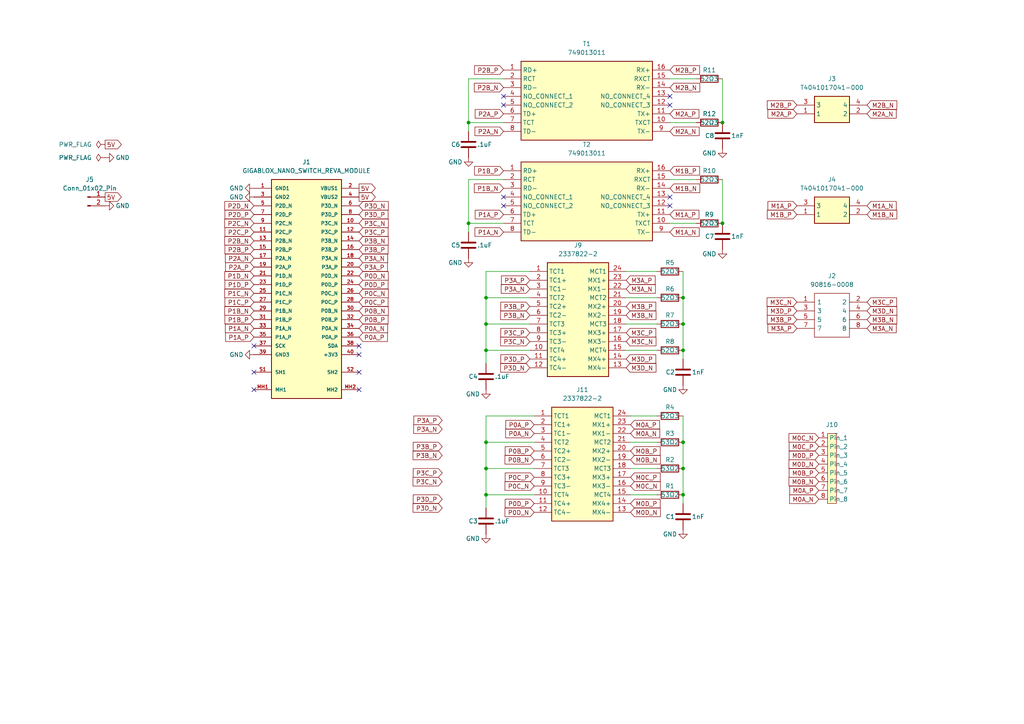
<source format=kicad_sch>
(kicad_sch (version 20230121) (generator eeschema)
  (paper "A4")
  (lib_symbols
    (symbol "21xt_symbols:749013011"
      (property "Reference" "T" (at 44.45 7.62 0))
      (property "Value" "749013011" (at 44.45 5.08 0))
      (symbol "749013011_1_1"
        (rectangle (start 5.08 2.54) (end 43.18 -20.32) (stroke (width 0.254)) (fill (type background)))
        (pin passive line (at 0 0 0) (length 5.08) (name "RD+") (number "1"))
        (pin passive line (at 48.26 -15.24 180) (length 5.08) (name "TXCT") (number "10"))
        (pin passive line (at 48.26 -12.7 180) (length 5.08) (name "TX+") (number "11"))
        (pin passive line (at 48.26 -10.16 180) (length 5.08) (name "NO_CONNECT_3") (number "12"))
        (pin passive line (at 48.26 -7.62 180) (length 5.08) (name "NO_CONNECT_4") (number "13"))
        (pin passive line (at 48.26 -5.08 180) (length 5.08) (name "RX-") (number "14"))
        (pin passive line (at 48.26 -2.54 180) (length 5.08) (name "RXCT") (number "15"))
        (pin passive line (at 48.26 0 180) (length 5.08) (name "RX+") (number "16"))
        (pin passive line (at 0 -2.54 0) (length 5.08) (name "RCT") (number "2"))
        (pin passive line (at 0 -5.08 0) (length 5.08) (name "RD-") (number "3"))
        (pin passive line (at 0 -7.62 0) (length 5.08) (name "NO_CONNECT_1") (number "4"))
        (pin passive line (at 0 -10.16 0) (length 5.08) (name "NO_CONNECT_2") (number "5"))
        (pin passive line (at 0 -12.7 0) (length 5.08) (name "TD+") (number "6"))
        (pin passive line (at 0 -15.24 0) (length 5.08) (name "TCT") (number "7"))
        (pin passive line (at 0 -17.78 0) (length 5.08) (name "TD-") (number "8"))
        (pin passive line (at 48.26 -17.78 180) (length 5.08) (name "TX-") (number "9"))
      )
    )
    (symbol "Connector:Conn_01x02_Pin" (pin_names (offset 1.016) hide)
      (property "Reference" "J" (at 0 2.54 0))
      (property "Value" "Conn_01x02_Pin" (at 0 -5.08 0))
      (symbol "Conn_01x02_Pin_1_1"
        (polyline (pts (xy 1.27 -2.54) (xy 0.8636 -2.54)) (stroke (width 0.1524)))
        (polyline (pts (xy 1.27 0) (xy 0.8636 0)) (stroke (width 0.1524)))
        (rectangle (start 0.8636 -2.413) (end 0 -2.667) (stroke (width 0.1524)) (fill (type outline)))
        (rectangle (start 0.8636 0.127) (end 0 -0.127) (stroke (width 0.1524)) (fill (type outline)))
        (pin passive line (at 5.08 0 180) (length 3.81) (name "Pin_1") (number "1"))
        (pin passive line (at 5.08 -2.54 180) (length 3.81) (name "Pin_2") (number "2"))
      )
    )
    (symbol "Device:C" (pin_numbers hide) (pin_names (offset 0.254))
      (property "Reference" "C" (at 0.635 2.54 0))
      (property "Value" "C" (at 0.635 -2.54 0))
      (symbol "C_0_1"
        (polyline (pts (xy -2.032 -0.762) (xy 2.032 -0.762)) (stroke (width 0.508)))
        (polyline (pts (xy -2.032 0.762) (xy 2.032 0.762)) (stroke (width 0.508)))
      )
      (symbol "C_1_1"
        (pin passive line (at 0 3.81 270) (length 2.794) (name "~") (number "1"))
        (pin passive line (at 0 -3.81 90) (length 2.794) (name "~") (number "2"))
      )
    )
    (symbol "Device:R" (pin_numbers hide) (pin_names (offset 0))
      (property "Reference" "R" (at 2.032 0 90))
      (property "Value" "R" (at 0 0 90))
      (symbol "R_0_1"
        (rectangle (start -1.016 -2.54) (end 1.016 2.54) (stroke (width 0.254)))
      )
      (symbol "R_1_1"
        (pin passive line (at 0 3.81 270) (length 1.27) (name "~") (number "1"))
        (pin passive line (at 0 -3.81 90) (length 1.27) (name "~") (number "2"))
      )
    )
    (symbol "bulkhead_library:2337822-2"
      (property "Reference" "J" (at 24.13 7.62 0))
      (property "Value" "2337822-2" (at 24.13 5.08 0))
      (symbol "2337822-2_1_1"
        (rectangle (start 5.08 2.54) (end 22.86 -30.48) (stroke (width 0.254)) (fill (type background)))
        (pin passive line (at 0 0 0) (length 5.08) (name "TCT1") (number "1"))
        (pin passive line (at 0 -22.86 0) (length 5.08) (name "TCT4") (number "10"))
        (pin passive line (at 0 -25.4 0) (length 5.08) (name "TC4+") (number "11"))
        (pin passive line (at 0 -27.94 0) (length 5.08) (name "TC4-") (number "12"))
        (pin passive line (at 27.94 -27.94 180) (length 5.08) (name "MX4-") (number "13"))
        (pin passive line (at 27.94 -25.4 180) (length 5.08) (name "MX4+") (number "14"))
        (pin passive line (at 27.94 -22.86 180) (length 5.08) (name "MCT4") (number "15"))
        (pin passive line (at 27.94 -20.32 180) (length 5.08) (name "MX3-") (number "16"))
        (pin passive line (at 27.94 -17.78 180) (length 5.08) (name "MX3+") (number "17"))
        (pin passive line (at 27.94 -15.24 180) (length 5.08) (name "MCT3") (number "18"))
        (pin passive line (at 27.94 -12.7 180) (length 5.08) (name "MX2-") (number "19"))
        (pin passive line (at 0 -2.54 0) (length 5.08) (name "TC1+") (number "2"))
        (pin passive line (at 27.94 -10.16 180) (length 5.08) (name "MX2+") (number "20"))
        (pin passive line (at 27.94 -7.62 180) (length 5.08) (name "MCT2") (number "21"))
        (pin passive line (at 27.94 -5.08 180) (length 5.08) (name "MX1-") (number "22"))
        (pin passive line (at 27.94 -2.54 180) (length 5.08) (name "MX1+") (number "23"))
        (pin passive line (at 27.94 0 180) (length 5.08) (name "MCT1") (number "24"))
        (pin passive line (at 0 -5.08 0) (length 5.08) (name "TC1-") (number "3"))
        (pin passive line (at 0 -7.62 0) (length 5.08) (name "TCT2") (number "4"))
        (pin passive line (at 0 -10.16 0) (length 5.08) (name "TC2+") (number "5"))
        (pin passive line (at 0 -12.7 0) (length 5.08) (name "TC2-") (number "6"))
        (pin passive line (at 0 -15.24 0) (length 5.08) (name "TCT3") (number "7"))
        (pin passive line (at 0 -17.78 0) (length 5.08) (name "TC3+") (number "8"))
        (pin passive line (at 0 -20.32 0) (length 5.08) (name "TC3-") (number "9"))
      )
    )
    (symbol "bulkhead_library:90816-0008" (pin_names (offset 0.762))
      (property "Reference" "J" (at 16.51 7.62 0))
      (property "Value" "90816-0008" (at 16.51 5.08 0))
      (symbol "90816-0008_0_0"
        (pin passive line (at 0 0 0) (length 5.08) (name "1") (number "1"))
        (pin passive line (at 20.32 0 180) (length 5.08) (name "2") (number "2"))
        (pin passive line (at 0 -2.54 0) (length 5.08) (name "3") (number "3"))
        (pin passive line (at 20.32 -2.54 180) (length 5.08) (name "4") (number "4"))
        (pin passive line (at 0 -5.08 0) (length 5.08) (name "5") (number "5"))
        (pin passive line (at 20.32 -5.08 180) (length 5.08) (name "6") (number "6"))
        (pin passive line (at 0 -7.62 0) (length 5.08) (name "7") (number "7"))
        (pin passive line (at 20.32 -7.62 180) (length 5.08) (name "8") (number "8"))
      )
      (symbol "90816-0008_0_1"
        (polyline (pts (xy 5.08 2.54) (xy 15.24 2.54) (xy 15.24 -10.16) (xy 5.08 -10.16) (xy 5.08 2.54)) (stroke (width 0.1524)))
      )
    )
    (symbol "bulkhead_library:GIGABLOX_NANO_SWITCH_REVA_MODULE" (pin_names (offset 1.016))
      (property "Reference" "J" (at 0 64.008 0))
      (property "Value" "GIGABLOX_NANO_SWITCH_REVA_MODULE" (at 0 -1.778 0))
      (symbol "GIGABLOX_NANO_SWITCH_REVA_MODULE_0_0"
        (rectangle (start 0 0) (end 20.32 63.5) (stroke (width 0.254)) (fill (type background)))
        (pin power_in line (at -5.08 60.96 0) (length 5.08) (name "GND1") (number "1"))
        (pin bidirectional line (at 25.4 50.8 180) (length 5.08) (name "P3C_N") (number "10"))
        (pin bidirectional line (at -5.08 48.26 0) (length 5.08) (name "P2C_P") (number "11"))
        (pin bidirectional line (at 25.4 48.26 180) (length 5.08) (name "P3C_P") (number "12"))
        (pin bidirectional line (at -5.08 45.72 0) (length 5.08) (name "P2B_N") (number "13"))
        (pin bidirectional line (at 25.4 45.72 180) (length 5.08) (name "P3B_N") (number "14"))
        (pin bidirectional line (at -5.08 43.18 0) (length 5.08) (name "P2B_P") (number "15"))
        (pin bidirectional line (at 25.4 43.18 180) (length 5.08) (name "P3B_P") (number "16"))
        (pin bidirectional line (at -5.08 40.64 0) (length 5.08) (name "P2A_N") (number "17"))
        (pin bidirectional line (at 25.4 40.64 180) (length 5.08) (name "P3A_N") (number "18"))
        (pin bidirectional line (at -5.08 38.1 0) (length 5.08) (name "P2A_P") (number "19"))
        (pin power_in line (at 25.4 60.96 180) (length 5.08) (name "VBUS1") (number "2"))
        (pin bidirectional line (at 25.4 38.1 180) (length 5.08) (name "P3A_P") (number "20"))
        (pin bidirectional line (at -5.08 35.56 0) (length 5.08) (name "P1D_N") (number "21"))
        (pin bidirectional line (at 25.4 35.56 180) (length 5.08) (name "P0D_N") (number "22"))
        (pin bidirectional line (at -5.08 33.02 0) (length 5.08) (name "P1D_P") (number "23"))
        (pin bidirectional line (at 25.4 33.02 180) (length 5.08) (name "P0D_P") (number "24"))
        (pin bidirectional line (at -5.08 30.48 0) (length 5.08) (name "P1C_N") (number "25"))
        (pin bidirectional line (at 25.4 30.48 180) (length 5.08) (name "P0C_N") (number "26"))
        (pin bidirectional line (at -5.08 27.94 0) (length 5.08) (name "P1C_P") (number "27"))
        (pin bidirectional line (at 25.4 27.94 180) (length 5.08) (name "P0C_P") (number "28"))
        (pin bidirectional line (at -5.08 25.4 0) (length 5.08) (name "P1B_N") (number "29"))
        (pin power_in line (at -5.08 58.42 0) (length 5.08) (name "GND2") (number "3"))
        (pin bidirectional line (at 25.4 25.4 180) (length 5.08) (name "P0B_N") (number "30"))
        (pin bidirectional line (at -5.08 22.86 0) (length 5.08) (name "P1B_P") (number "31"))
        (pin bidirectional line (at 25.4 22.86 180) (length 5.08) (name "P0B_P") (number "32"))
        (pin bidirectional line (at -5.08 20.32 0) (length 5.08) (name "P1A_N") (number "33"))
        (pin bidirectional line (at 25.4 20.32 180) (length 5.08) (name "P0A_N") (number "34"))
        (pin bidirectional line (at -5.08 17.78 0) (length 5.08) (name "P1A_P") (number "35"))
        (pin bidirectional line (at 25.4 17.78 180) (length 5.08) (name "P0A_P") (number "36"))
        (pin bidirectional line (at -5.08 15.24 0) (length 5.08) (name "SCK") (number "37"))
        (pin bidirectional line (at 25.4 15.24 180) (length 5.08) (name "SDA") (number "38"))
        (pin bidirectional line (at -5.08 12.7 0) (length 5.08) (name "GND3") (number "39"))
        (pin power_in line (at 25.4 58.42 180) (length 5.08) (name "VBUS2") (number "4"))
        (pin power_in line (at 25.4 12.7 180) (length 5.08) (name "+3V3") (number "40"))
        (pin bidirectional line (at -5.08 55.88 0) (length 5.08) (name "P2D_N") (number "5"))
        (pin bidirectional line (at 25.4 55.88 180) (length 5.08) (name "P3D_N") (number "6"))
        (pin bidirectional line (at -5.08 53.34 0) (length 5.08) (name "P2D_P") (number "7"))
        (pin bidirectional line (at 25.4 53.34 180) (length 5.08) (name "P3D_P") (number "8"))
        (pin bidirectional line (at -5.08 50.8 0) (length 5.08) (name "P2C_N") (number "9"))
        (pin bidirectional line (at -5.08 2.54 0) (length 5.08) (name "MH1") (number "MH1"))
        (pin bidirectional line (at 25.4 2.54 180) (length 5.08) (name "MH2") (number "MH2"))
        (pin bidirectional line (at -5.08 7.62 0) (length 5.08) (name "SH1") (number "S1"))
        (pin bidirectional line (at 25.4 7.62 180) (length 5.08) (name "SH2") (number "S2"))
      )
    )
    (symbol "bulkhead_library:T4041017041-000"
      (property "Reference" "J" (at 16.51 7.62 0))
      (property "Value" "T4041017041-000" (at 16.51 5.08 0))
      (symbol "T4041017041-000_1_1"
        (rectangle (start 5.08 2.54) (end 15.24 -5.08) (stroke (width 0.254)) (fill (type background)))
        (pin passive line (at 0 -2.54 0) (length 5.08) (name "1") (number "1"))
        (pin passive line (at 20.32 -2.54 180) (length 5.08) (name "2") (number "2"))
        (pin passive line (at 0 0 0) (length 5.08) (name "3") (number "3"))
        (pin passive line (at 20.32 0 180) (length 5.08) (name "4") (number "4"))
      )
    )
    (symbol "m12_Connector_1"
      (property "Reference" "J" (at 0 0 0))
      (symbol "m12_Connector_1_1_1"
        (rectangle (start 0 0) (end 2.54 -20.32) (fill (type background)))
        (pin bidirectional line (at 5.08 -1.27 180) (length 2.54) (name "Pin_1") (number "1"))
        (pin bidirectional line (at 5.08 -3.81 180) (length 2.54) (name "Pin_2") (number "2"))
        (pin bidirectional line (at 5.08 -6.35 180) (length 2.54) (name "Pin_3") (number "3"))
        (pin bidirectional line (at 5.08 -8.89 180) (length 2.54) (name "Pin_4") (number "4"))
        (pin bidirectional line (at 5.08 -11.43 180) (length 2.54) (name "Pin_5") (number "5"))
        (pin bidirectional line (at 5.08 -13.97 180) (length 2.54) (name "Pin_6") (number "6"))
        (pin bidirectional line (at 5.08 -16.51 180) (length 2.54) (name "Pin_7") (number "7"))
        (pin bidirectional line (at 5.08 -19.05 180) (length 2.54) (name "Pin_8") (number "8"))
      )
    )
    (symbol "power:GND" (power) (pin_names (offset 0))
      (property "Value" "GND" (at 0 -3.81 0))
      (symbol "GND_0_1"
        (polyline (pts (xy 0 0) (xy 0 -1.27) (xy 1.27 -1.27) (xy 0 -2.54) (xy -1.27 -1.27) (xy 0 -1.27)))
      )
      (symbol "GND_1_1"
        (pin power_in line (at 0 0 270) (length 0) hide (name "GND") (number "1"))
      )
    )
    (symbol "power:PWR_FLAG" (power) (pin_numbers hide) (pin_names (offset 0) hide)
      (property "Value" "PWR_FLAG" (at 0 3.81 0))
      (symbol "PWR_FLAG_0_0"
        (pin power_out line (at 0 0 90) (length 0) (name "pwr") (number "1"))
      )
      (symbol "PWR_FLAG_0_1"
        (polyline (pts (xy 0 0) (xy 0 1.27) (xy -1.016 1.905) (xy 0 2.54) (xy 1.016 1.905) (xy 0 1.27)))
      )
    )
  )
  (junction (at 140.97 135.89))
  (junction (at 198.12 143.51))
  (junction (at 140.97 93.98))
  (junction (at 135.89 35.56))
  (junction (at 140.97 86.36))
  (junction (at 209.55 64.77))
  (junction (at 209.55 35.56))
  (junction (at 198.12 93.98))
  (junction (at 140.97 128.27))
  (junction (at 198.12 128.27))
  (junction (at 135.89 64.77))
  (junction (at 198.12 135.89))
  (junction (at 140.97 101.6))
  (junction (at 198.12 101.6))
  (junction (at 198.12 86.36))
  (junction (at 140.97 143.51))
  (no_connect (at 194.31 27.94))
  (no_connect (at 73.66 107.95))
  (no_connect (at 146.05 27.94))
  (no_connect (at 146.05 30.48))
  (no_connect (at 194.31 59.69))
  (no_connect (at 146.05 59.69))
  (no_connect (at 104.14 102.87))
  (no_connect (at 146.05 57.15))
  (no_connect (at 194.31 30.48))
  (no_connect (at 104.14 107.95))
  (no_connect (at 73.66 113.03))
  (no_connect (at 194.31 57.15))
  (no_connect (at 104.14 100.33))
  (no_connect (at 73.66 100.33))
  (no_connect (at 104.14 113.03))
  (wire (pts (xy 140.97 120.65) (xy 140.97 128.27)))
  (wire (pts (xy 140.97 128.27) (xy 140.97 135.89)))
  (wire (pts (xy 198.12 101.6) (xy 198.12 104.14)))
  (wire (pts (xy 140.97 93.98) (xy 153.67 93.98)))
  (wire (pts (xy 194.31 64.77) (xy 201.93 64.77)))
  (wire (pts (xy 198.12 93.98) (xy 198.12 101.6)))
  (wire (pts (xy 140.97 78.74) (xy 140.97 86.36)))
  (wire (pts (xy 198.12 135.89) (xy 198.12 143.51)))
  (wire (pts (xy 154.94 128.27) (xy 140.97 128.27)))
  (wire (pts (xy 154.94 135.89) (xy 140.97 135.89)))
  (wire (pts (xy 194.31 35.56) (xy 201.93 35.56)))
  (wire (pts (xy 209.55 22.86) (xy 209.55 35.56)))
  (wire (pts (xy 140.97 143.51) (xy 140.97 147.32)))
  (wire (pts (xy 182.88 120.65) (xy 190.5 120.65)))
  (wire (pts (xy 140.97 93.98) (xy 140.97 101.6)))
  (wire (pts (xy 135.89 35.56) (xy 146.05 35.56)))
  (wire (pts (xy 198.12 120.65) (xy 198.12 128.27)))
  (wire (pts (xy 135.89 64.77) (xy 146.05 64.77)))
  (wire (pts (xy 182.88 135.89) (xy 190.5 135.89)))
  (wire (pts (xy 182.88 143.51) (xy 190.5 143.51)))
  (wire (pts (xy 135.89 38.1) (xy 135.89 35.56)))
  (wire (pts (xy 135.89 64.77) (xy 135.89 52.07)))
  (wire (pts (xy 181.61 93.98) (xy 190.5 93.98)))
  (wire (pts (xy 140.97 78.74) (xy 153.67 78.74)))
  (wire (pts (xy 135.89 22.86) (xy 146.05 22.86)))
  (wire (pts (xy 181.61 78.74) (xy 190.5 78.74)))
  (wire (pts (xy 194.31 52.07) (xy 201.93 52.07)))
  (wire (pts (xy 181.61 86.36) (xy 190.5 86.36)))
  (wire (pts (xy 135.89 52.07) (xy 146.05 52.07)))
  (wire (pts (xy 140.97 86.36) (xy 153.67 86.36)))
  (wire (pts (xy 198.12 78.74) (xy 198.12 86.36)))
  (wire (pts (xy 209.55 52.07) (xy 209.55 64.77)))
  (wire (pts (xy 140.97 101.6) (xy 153.67 101.6)))
  (wire (pts (xy 198.12 128.27) (xy 198.12 135.89)))
  (wire (pts (xy 181.61 101.6) (xy 190.5 101.6)))
  (wire (pts (xy 135.89 67.31) (xy 135.89 64.77)))
  (wire (pts (xy 182.88 128.27) (xy 190.5 128.27)))
  (wire (pts (xy 198.12 86.36) (xy 198.12 93.98)))
  (wire (pts (xy 135.89 35.56) (xy 135.89 22.86)))
  (wire (pts (xy 140.97 101.6) (xy 140.97 105.41)))
  (wire (pts (xy 154.94 143.51) (xy 140.97 143.51)))
  (wire (pts (xy 154.94 120.65) (xy 140.97 120.65)))
  (wire (pts (xy 140.97 86.36) (xy 140.97 93.98)))
  (wire (pts (xy 140.97 135.89) (xy 140.97 143.51)))
  (wire (pts (xy 194.31 22.86) (xy 201.93 22.86)))
  (wire (pts (xy 198.12 143.51) (xy 198.12 146.05)))
  (global_label "P1A_N" (shape input) (at 146.05 67.31 180) (property "Intersheetrefs" "${INTERSHEET_REFS}" (effects hide)))
  (global_label "P1A_P" (shape input) (at 146.05 62.23 180) (property "Intersheetrefs" "${INTERSHEET_REFS}" (effects hide)))
  (global_label "5V" (shape output) (at 30.48 41.91 0) (property "Intersheetrefs" "${INTERSHEET_REFS}" (effects hide)))
  (global_label "P1B_N" (shape input) (at 73.66 90.17 180) (property "Intersheetrefs" "${INTERSHEET_REFS}" (effects hide)))
  (global_label "P2C_N" (shape input) (at 73.66 64.77 180) (property "Intersheetrefs" "${INTERSHEET_REFS}" (effects hide)))
  (global_label "P3D_P" (shape input) (at 153.67 104.14 180) (property "Intersheetrefs" "${INTERSHEET_REFS}" (effects hide)))
  (global_label "M0C_N" (shape input) (at 182.88 140.97 0) (property "Intersheetrefs" "${INTERSHEET_REFS}" (effects hide)))
  (global_label "P3C_P" (shape input) (at 153.67 96.52 180) (property "Intersheetrefs" "${INTERSHEET_REFS}" (effects hide)))
  (global_label "P3A_N" (shape input) (at 104.14 74.93 0) (property "Intersheetrefs" "${INTERSHEET_REFS}" (effects hide)))
  (global_label "M1A_N" (shape input) (at 251.46 59.69 0) (property "Intersheetrefs" "${INTERSHEET_REFS}" (effects hide)))
  (global_label "M2B_N" (shape input) (at 251.46 30.48 0) (property "Intersheetrefs" "${INTERSHEET_REFS}" (effects hide)))
  (global_label "P2A_N" (shape input) (at 73.66 74.93 180) (property "Intersheetrefs" "${INTERSHEET_REFS}" (effects hide)))
  (global_label "P0B_P" (shape input) (at 154.94 130.81 180) (property "Intersheetrefs" "${INTERSHEET_REFS}" (effects hide)))
  (global_label "M0D_N" (shape input) (at 237.49 134.62 180) (property "Intersheetrefs" "${INTERSHEET_REFS}" (effects hide)))
  (global_label "P2A_N" (shape input) (at 146.05 38.1 180) (property "Intersheetrefs" "${INTERSHEET_REFS}" (effects hide)))
  (global_label "M0B_P" (shape input) (at 182.88 130.81 0) (property "Intersheetrefs" "${INTERSHEET_REFS}" (effects hide)))
  (global_label "P3B_P" (shape input) (at 153.67 88.9 180) (property "Intersheetrefs" "${INTERSHEET_REFS}" (effects hide)))
  (global_label "M0A_N" (shape input) (at 237.49 144.78 180) (property "Intersheetrefs" "${INTERSHEET_REFS}" (effects hide)))
  (global_label "P0B_N" (shape input) (at 154.94 133.35 180) (property "Intersheetrefs" "${INTERSHEET_REFS}" (effects hide)))
  (global_label "P2D_P" (shape input) (at 73.66 62.23 180) (property "Intersheetrefs" "${INTERSHEET_REFS}" (effects hide)))
  (global_label "P3D_N" (shape input) (at 104.14 59.69 0) (property "Intersheetrefs" "${INTERSHEET_REFS}" (effects hide)))
  (global_label "P0D_N" (shape input) (at 154.94 148.59 180) (property "Intersheetrefs" "${INTERSHEET_REFS}" (effects hide)))
  (global_label "M3B_P" (shape input) (at 231.14 92.71 180) (property "Intersheetrefs" "${INTERSHEET_REFS}" (effects hide)))
  (global_label "P0A_N" (shape input) (at 154.94 125.73 180) (property "Intersheetrefs" "${INTERSHEET_REFS}" (effects hide)))
  (global_label "M1B_P" (shape input) (at 231.14 62.23 180) (property "Intersheetrefs" "${INTERSHEET_REFS}" (effects hide)))
  (global_label "P2D_N" (shape input) (at 73.66 59.69 180) (property "Intersheetrefs" "${INTERSHEET_REFS}" (effects hide)))
  (global_label "M2B_N" (shape input) (at 194.31 25.4 0) (property "Intersheetrefs" "${INTERSHEET_REFS}" (effects hide)))
  (global_label "P2B_N" (shape input) (at 73.66 69.85 180) (property "Intersheetrefs" "${INTERSHEET_REFS}" (effects hide)))
  (global_label "M3D_P" (shape input) (at 231.14 90.17 180) (property "Intersheetrefs" "${INTERSHEET_REFS}" (effects hide)))
  (global_label "M0D_P" (shape input) (at 237.49 132.08 180) (property "Intersheetrefs" "${INTERSHEET_REFS}" (effects hide)))
  (global_label "P3B_P" (shape input) (at 104.14 72.39 0) (property "Intersheetrefs" "${INTERSHEET_REFS}" (effects hide)))
  (global_label "P0B_N" (shape input) (at 104.14 90.17 0) (property "Intersheetrefs" "${INTERSHEET_REFS}" (effects hide)))
  (global_label "P1C_P" (shape input) (at 73.66 87.63 180) (property "Intersheetrefs" "${INTERSHEET_REFS}" (effects hide)))
  (global_label "P0C_P" (shape input) (at 104.14 87.63 0) (property "Intersheetrefs" "${INTERSHEET_REFS}" (effects hide)))
  (global_label "M1A_P" (shape input) (at 231.14 59.69 180) (property "Intersheetrefs" "${INTERSHEET_REFS}" (effects hide)))
  (global_label "P1D_P" (shape input) (at 73.66 82.55 180) (property "Intersheetrefs" "${INTERSHEET_REFS}" (effects hide)))
  (global_label "M3B_N" (shape input) (at 251.46 92.71 0) (property "Intersheetrefs" "${INTERSHEET_REFS}" (effects hide)))
  (global_label "P0A_P" (shape input) (at 104.14 97.79 0) (property "Intersheetrefs" "${INTERSHEET_REFS}" (effects hide)))
  (global_label "P0A_P" (shape input) (at 154.94 123.19 180) (property "Intersheetrefs" "${INTERSHEET_REFS}" (effects hide)))
  (global_label "5V" (shape output) (at 104.14 54.61 0) (property "Intersheetrefs" "${INTERSHEET_REFS}" (effects hide)))
  (global_label "P2B_P" (shape input) (at 146.05 20.32 180) (property "Intersheetrefs" "${INTERSHEET_REFS}" (effects hide)))
  (global_label "M3D_N" (shape input) (at 181.61 106.68 0) (property "Intersheetrefs" "${INTERSHEET_REFS}" (effects hide)))
  (global_label "M0A_P" (shape input) (at 182.88 123.19 0) (property "Intersheetrefs" "${INTERSHEET_REFS}" (effects hide)))
  (global_label "M3A_N" (shape input) (at 251.46 95.25 0) (property "Intersheetrefs" "${INTERSHEET_REFS}" (effects hide)))
  (global_label "P1A_N" (shape input) (at 73.66 95.25 180) (property "Intersheetrefs" "${INTERSHEET_REFS}" (effects hide)))
  (global_label "P0D_N" (shape input) (at 104.14 80.01 0) (property "Intersheetrefs" "${INTERSHEET_REFS}" (effects hide)))
  (global_label "P2B_N" (shape input) (at 146.05 25.4 180) (property "Intersheetrefs" "${INTERSHEET_REFS}" (effects hide)))
  (global_label "P3A_N" (shape input) (at 153.67 83.82 180) (property "Intersheetrefs" "${INTERSHEET_REFS}" (effects hide)))
  (global_label "M0B_N" (shape input) (at 237.49 139.7 180) (property "Intersheetrefs" "${INTERSHEET_REFS}" (effects hide)))
  (global_label "M1B_P" (shape input) (at 194.31 49.53 0) (property "Intersheetrefs" "${INTERSHEET_REFS}" (effects hide)))
  (global_label "M2A_N" (shape input) (at 251.46 33.02 0) (property "Intersheetrefs" "${INTERSHEET_REFS}" (effects hide)))
  (global_label "P0C_P" (shape input) (at 154.94 138.43 180) (property "Intersheetrefs" "${INTERSHEET_REFS}" (effects hide)))
  (global_label "M1A_P" (shape input) (at 194.31 62.23 0) (property "Intersheetrefs" "${INTERSHEET_REFS}" (effects hide)))
  (global_label "M0A_N" (shape input) (at 182.88 125.73 0) (property "Intersheetrefs" "${INTERSHEET_REFS}" (effects hide)))
  (global_label "P0B_P" (shape input) (at 104.14 92.71 0) (property "Intersheetrefs" "${INTERSHEET_REFS}" (effects hide)))
  (global_label "P2A_P" (shape input) (at 73.66 77.47 180) (property "Intersheetrefs" "${INTERSHEET_REFS}" (effects hide)))
  (global_label "P3D_N" (shape input) (at 128.27 147.32 180) (property "Intersheetrefs" "${INTERSHEET_REFS}" (effects hide)))
  (global_label "P1B_N" (shape input) (at 146.05 54.61 180) (property "Intersheetrefs" "${INTERSHEET_REFS}" (effects hide)))
  (global_label "M1A_N" (shape input) (at 194.31 67.31 0) (property "Intersheetrefs" "${INTERSHEET_REFS}" (effects hide)))
  (global_label "P3A_P" (shape input) (at 153.67 81.28 180) (property "Intersheetrefs" "${INTERSHEET_REFS}" (effects hide)))
  (global_label "M2A_P" (shape input) (at 194.31 33.02 0) (property "Intersheetrefs" "${INTERSHEET_REFS}" (effects hide)))
  (global_label "P3C_N" (shape input) (at 128.27 139.7 180) (property "Intersheetrefs" "${INTERSHEET_REFS}" (effects hide)))
  (global_label "M2B_P" (shape input) (at 194.31 20.32 0) (property "Intersheetrefs" "${INTERSHEET_REFS}" (effects hide)))
  (global_label "P3B_N" (shape input) (at 104.14 69.85 0) (property "Intersheetrefs" "${INTERSHEET_REFS}" (effects hide)))
  (global_label "P3C_P" (shape input) (at 128.27 137.16 180) (property "Intersheetrefs" "${INTERSHEET_REFS}" (effects hide)))
  (global_label "P1B_P" (shape input) (at 146.05 49.53 180) (property "Intersheetrefs" "${INTERSHEET_REFS}" (effects hide)))
  (global_label "P3D_P" (shape input) (at 128.27 144.78 180) (property "Intersheetrefs" "${INTERSHEET_REFS}" (effects hide)))
  (global_label "P1C_N" (shape input) (at 73.66 85.09 180) (property "Intersheetrefs" "${INTERSHEET_REFS}" (effects hide)))
  (global_label "P3C_N" (shape input) (at 153.67 99.06 180) (property "Intersheetrefs" "${INTERSHEET_REFS}" (effects hide)))
  (global_label "5V" (shape output) (at 104.14 57.15 0) (property "Intersheetrefs" "${INTERSHEET_REFS}" (effects hide)))
  (global_label "P3D_N" (shape input) (at 153.67 106.68 180) (property "Intersheetrefs" "${INTERSHEET_REFS}" (effects hide)))
  (global_label "P3A_P" (shape input) (at 104.14 77.47 0) (property "Intersheetrefs" "${INTERSHEET_REFS}" (effects hide)))
  (global_label "M0A_P" (shape input) (at 237.49 142.24 180) (property "Intersheetrefs" "${INTERSHEET_REFS}" (effects hide)))
  (global_label "P3C_P" (shape input) (at 104.14 67.31 0) (property "Intersheetrefs" "${INTERSHEET_REFS}" (effects hide)))
  (global_label "P0D_P" (shape input) (at 154.94 146.05 180) (property "Intersheetrefs" "${INTERSHEET_REFS}" (effects hide)))
  (global_label "M0D_N" (shape input) (at 182.88 148.59 0) (property "Intersheetrefs" "${INTERSHEET_REFS}" (effects hide)))
  (global_label "M2A_N" (shape input) (at 194.31 38.1 0) (property "Intersheetrefs" "${INTERSHEET_REFS}" (effects hide)))
  (global_label "P1D_N" (shape input) (at 73.66 80.01 180) (property "Intersheetrefs" "${INTERSHEET_REFS}" (effects hide)))
  (global_label "M3C_N" (shape input) (at 181.61 99.06 0) (property "Intersheetrefs" "${INTERSHEET_REFS}" (effects hide)))
  (global_label "M3C_P" (shape input) (at 251.46 87.63 0) (property "Intersheetrefs" "${INTERSHEET_REFS}" (effects hide)))
  (global_label "M0D_P" (shape input) (at 182.88 146.05 0) (property "Intersheetrefs" "${INTERSHEET_REFS}" (effects hide)))
  (global_label "M3B_P" (shape input) (at 181.61 88.9 0) (property "Intersheetrefs" "${INTERSHEET_REFS}" (effects hide)))
  (global_label "M3C_N" (shape input) (at 231.14 87.63 180) (property "Intersheetrefs" "${INTERSHEET_REFS}" (effects hide)))
  (global_label "P0A_N" (shape input) (at 104.14 95.25 0) (property "Intersheetrefs" "${INTERSHEET_REFS}" (effects hide)))
  (global_label "M0C_N" (shape input) (at 237.49 127 180) (property "Intersheetrefs" "${INTERSHEET_REFS}" (effects hide)))
  (global_label "M0C_P" (shape input) (at 182.88 138.43 0) (property "Intersheetrefs" "${INTERSHEET_REFS}" (effects hide)))
  (global_label "P0C_N" (shape input) (at 154.94 140.97 180) (property "Intersheetrefs" "${INTERSHEET_REFS}" (effects hide)))
  (global_label "P3B_N" (shape input) (at 128.27 132.08 180) (property "Intersheetrefs" "${INTERSHEET_REFS}" (effects hide)))
  (global_label "M3D_N" (shape input) (at 251.46 90.17 0) (property "Intersheetrefs" "${INTERSHEET_REFS}" (effects hide)))
  (global_label "P3C_N" (shape input) (at 104.14 64.77 0) (property "Intersheetrefs" "${INTERSHEET_REFS}" (effects hide)))
  (global_label "M1B_N" (shape input) (at 194.31 54.61 0) (property "Intersheetrefs" "${INTERSHEET_REFS}" (effects hide)))
  (global_label "P0D_P" (shape input) (at 104.14 82.55 0) (property "Intersheetrefs" "${INTERSHEET_REFS}" (effects hide)))
  (global_label "5V" (shape output) (at 30.48 57.15 0) (property "Intersheetrefs" "${INTERSHEET_REFS}" (effects hide)))
  (global_label "M3A_N" (shape input) (at 181.61 83.82 0) (property "Intersheetrefs" "${INTERSHEET_REFS}" (effects hide)))
  (global_label "P2A_P" (shape input) (at 146.05 33.02 180) (property "Intersheetrefs" "${INTERSHEET_REFS}" (effects hide)))
  (global_label "P3B_P" (shape input) (at 128.27 129.54 180) (property "Intersheetrefs" "${INTERSHEET_REFS}" (effects hide)))
  (global_label "P3A_P" (shape input) (at 128.27 121.92 180) (property "Intersheetrefs" "${INTERSHEET_REFS}" (effects hide)))
  (global_label "M3D_P" (shape input) (at 181.61 104.14 0) (property "Intersheetrefs" "${INTERSHEET_REFS}" (effects hide)))
  (global_label "P3B_N" (shape input) (at 153.67 91.44 180) (property "Intersheetrefs" "${INTERSHEET_REFS}" (effects hide)))
  (global_label "M0B_N" (shape input) (at 182.88 133.35 0) (property "Intersheetrefs" "${INTERSHEET_REFS}" (effects hide)))
  (global_label "M3B_N" (shape input) (at 181.61 91.44 0) (property "Intersheetrefs" "${INTERSHEET_REFS}" (effects hide)))
  (global_label "P2C_P" (shape input) (at 73.66 67.31 180) (property "Intersheetrefs" "${INTERSHEET_REFS}" (effects hide)))
  (global_label "P3A_N" (shape input) (at 128.27 124.46 180) (property "Intersheetrefs" "${INTERSHEET_REFS}" (effects hide)))
  (global_label "M3A_P" (shape input) (at 181.61 81.28 0) (property "Intersheetrefs" "${INTERSHEET_REFS}" (effects hide)))
  (global_label "M2B_P" (shape input) (at 231.14 30.48 180) (property "Intersheetrefs" "${INTERSHEET_REFS}" (effects hide)))
  (global_label "M1B_N" (shape input) (at 251.46 62.23 0) (property "Intersheetrefs" "${INTERSHEET_REFS}" (effects hide)))
  (global_label "M0C_P" (shape input) (at 237.49 129.54 180) (property "Intersheetrefs" "${INTERSHEET_REFS}" (effects hide)))
  (global_label "P1A_P" (shape input) (at 73.66 97.79 180) (property "Intersheetrefs" "${INTERSHEET_REFS}" (effects hide)))
  (global_label "P3D_P" (shape input) (at 104.14 62.23 0) (property "Intersheetrefs" "${INTERSHEET_REFS}" (effects hide)))
  (global_label "M3C_P" (shape input) (at 181.61 96.52 0) (property "Intersheetrefs" "${INTERSHEET_REFS}" (effects hide)))
  (global_label "M2A_P" (shape input) (at 231.14 33.02 180) (property "Intersheetrefs" "${INTERSHEET_REFS}" (effects hide)))
  (global_label "P0C_N" (shape input) (at 104.14 85.09 0) (property "Intersheetrefs" "${INTERSHEET_REFS}" (effects hide)))
  (global_label "P1B_P" (shape input) (at 73.66 92.71 180) (property "Intersheetrefs" "${INTERSHEET_REFS}" (effects hide)))
  (global_label "P2B_P" (shape input) (at 73.66 72.39 180) (property "Intersheetrefs" "${INTERSHEET_REFS}" (effects hide)))
  (global_label "M3A_P" (shape input) (at 231.14 95.25 180) (property "Intersheetrefs" "${INTERSHEET_REFS}" (effects hide)))
  (global_label "M0B_P" (shape input) (at 237.49 137.16 180) (property "Intersheetrefs" "${INTERSHEET_REFS}" (effects hide)))
  (symbol (lib_id "Device:C") (at 140.97 151.13 0) (unit 1)
    (property "Reference" "C3" (at 135.89 151.13 0) (effects (justify left)))
    (property "Value" ".1uF" (at 143.51 151.13 0) (effects (justify left)))
    (property "Footprint" "Capacitor_SMD:C_0402_1005Metric" (effects hide))
  )
  (symbol (lib_id "bulkhead_library:T4041017041-000") (at 231.14 30.48 0) (unit 1)
    (property "Reference" "J3" (at 241.3 22.86 0))
    (property "Value" "T4041017041-000" (at 241.3 25.4 0))
    (property "Footprint" "bulkhead_library:T4041017041000" (effects hide))
    (property "Datasheet" "https://www.te.com/commerce/DocumentDelivery/DDEController?Action=srchrtrv&DocNm=1-1773701-8_M8M12_CONNECTOR_SYSTEM&DocType=Catalog%20Section&DocLang=Japanese&PartCntxt=T4041017041-000&DocFormat=pdf" (effects hide))
    (property "Height" "15.25" (effects hide))
    (property "Mouser Part Number" "571-T4041017041-000" (effects hide))
    (property "Mouser Price/Stock" "https://www.mouser.co.uk/ProductDetail/TE-Connectivity/T4041017041-000?qs=1mbolxNpo8d9avfwXjTtfQ%3D%3D" (effects hide))
    (property "Manufacturer_Name" "TE Connectivity" (effects hide))
    (property "Manufacturer_Part_Number" "T4041017041-000" (effects hide))
  )
  (symbol (lib_id "Device:R") (at 194.31 120.65 90) (unit 1)
    (property "Reference" "R4" (at 194.31 118.11 90))
    (property "Value" "52Ω3" (at 194.31 120.65 90))
    (property "Footprint" "Resistor_SMD:R_0402_1005Metric" (effects hide))
  )
  (symbol (lib_id "Device:C") (at 209.55 39.37 0) (unit 1)
    (property "Reference" "C8" (at 204.47 39.37 0) (effects (justify left)))
    (property "Value" "1nF" (at 212.09 39.37 0) (effects (justify left)))
    (property "Footprint" "Capacitor_SMD:C_1206_3216Metric" (effects hide))
  )
  (symbol (lib_id "21xt_symbols:749013011") (at 146.05 20.32 0) (unit 1)
    (property "Reference" "T1" (at 170.18 12.7 0))
    (property "Value" "749013011" (at 170.18 15.24 0))
    (property "Footprint" "21xt_footprints:749013011" (effects hide))
    (property "Datasheet" "https://www.we-online.de/katalog/datasheet/749013011.pdf" (effects hide))
    (property "Height" "5.33" (effects hide))
    (property "Mouser Part Number" "710-749013011" (effects hide))
    (property "Mouser Price/Stock" "https://www.mouser.co.uk/ProductDetail/Wurth-Elektronik/749013011?qs=2sV1BwmkawRYxGj1O9AWzA%3D%3D" (effects hide))
    (property "Manufacturer_Name" "Wurth Elektronik" (effects hide))
    (property "Manufacturer_Part_Number" "749013011" (effects hide))
  )
  (symbol (lib_id "Device:R") (at 194.31 101.6 90) (unit 1)
    (property "Reference" "R8" (at 194.31 99.06 90))
    (property "Value" "52Ω3" (at 194.31 101.6 90))
    (property "Footprint" "Resistor_SMD:R_0402_1005Metric" (effects hide))
  )
  (symbol (lib_id "power:GND") (at 73.66 102.87 270) (mirror x) (unit 1)
    (property "Reference" "#PWR01" (effects hide))
    (property "Value" "GND" (at 68.58 102.87 90))
  )
  (symbol (lib_id "Device:R") (at 205.74 64.77 90) (unit 1)
    (property "Reference" "R9" (at 205.74 62.23 90))
    (property "Value" "52Ω3" (at 205.74 64.77 90))
    (property "Footprint" "Resistor_SMD:R_0402_1005Metric" (effects hide))
  )
  (symbol (lib_id "power:GND") (at 135.89 74.93 0) (mirror y) (unit 1)
    (property "Reference" "#PWR011" (effects hide))
    (property "Value" "GND" (at 132.08 76.2 0))
  )
  (symbol (lib_id "Device:C") (at 198.12 149.86 0) (unit 1)
    (property "Reference" "C1" (at 193.04 149.86 0) (effects (justify left)))
    (property "Value" "1nF" (at 200.66 149.86 0) (effects (justify left)))
    (property "Footprint" "Capacitor_SMD:C_1206_3216Metric" (effects hide))
  )
  (symbol (lib_id "bulkhead_library:GIGABLOX_NANO_SWITCH_REVA_MODULE") (at 78.74 115.57 0) (unit 1)
    (property "Reference" "J1" (at 88.9 46.99 0))
    (property "Value" "GIGABLOX_NANO_SWITCH_REVA_MODULE" (at 88.9 49.53 0))
    (property "Footprint" "bulkhead_library:LSHM-120-02.5-L-DV-A-S-K-TR" (effects hide))
    (property "MF" "BotBlox" (effects hide))
    (property "Description" "\n                        \n                            4 PORT 1G ETHERNET SWITCH MODULE\n                        \n" (effects hide))
    (property "Package" "None" (effects hide))
    (property "Price" "None" (effects hide))
    (property "SnapEDA_Link" "https://www.snapeda.com/parts/BB-GGN-A-1/Botblox/view-part/?ref=snap" (effects hide))
    (property "MP" "BB-GGN-A-1" (effects hide))
    (property "Availability" "In Stock" (effects hide))
    (property "Check_prices" "https://www.snapeda.com/parts/BB-GGN-A-1/Botblox/view-part/?ref=eda" (effects hide))
  )
  (symbol (lib_id "power:GND") (at 209.55 43.18 0) (mirror y) (unit 1)
    (property "Reference" "#PWR08" (effects hide))
    (property "Value" "GND" (at 205.74 44.45 0))
  )
  (symbol (lib_id "bulkhead_library:2337822-2") (at 154.94 120.65 0) (unit 1)
    (property "Reference" "J11" (at 168.91 113.03 0))
    (property "Value" "2337822-2" (at 168.91 115.57 0))
    (property "Footprint" "bulkhead_library:23378222" (effects hide))
    (property "Datasheet" "https://www.te.com/commerce/DocumentDelivery/DDEController?Action=srchrtrv&DocNm=1-1773968-4&DocType=Data%20Sheet&DocLang=English&PartCntxt=2337822-2&DocFormat=pdf" (effects hide))
    (property "Height" "7.44" (effects hide))
    (property "Mouser Part Number" "571-2337822-2" (effects hide))
    (property "Mouser Price/Stock" "https://www.mouser.co.uk/ProductDetail/TE-Connectivity/2337822-2?qs=PzGy0jfpSMsMJv1HRoAn9g%3D%3D" (effects hide))
    (property "Manufacturer_Name" "TE Connectivity" (effects hide))
    (property "Manufacturer_Part_Number" "2337822-2" (effects hide))
  )
  (symbol (lib_id "Device:C") (at 140.97 109.22 0) (unit 1)
    (property "Reference" "C4" (at 135.89 109.22 0) (effects (justify left)))
    (property "Value" ".1uF" (at 143.51 109.22 0) (effects (justify left)))
    (property "Footprint" "Capacitor_SMD:C_0402_1005Metric" (effects hide))
  )
  (symbol (lib_id "Device:R") (at 194.31 135.89 90) (unit 1)
    (property "Reference" "R2" (at 194.31 133.35 90))
    (property "Value" "53Ω2" (at 194.31 135.89 90))
    (property "Footprint" "Resistor_SMD:R_0402_1005Metric" (effects hide))
  )
  (symbol (lib_id "bulkhead_library:90816-0008") (at 231.14 87.63 0) (unit 1)
    (property "Reference" "J2" (at 241.3 80.01 0))
    (property "Value" "90816-0008" (at 241.3 82.55 0))
    (property "Footprint" "bulkhead_library:908160008" (effects hide))
    (property "Datasheet" "https://www.molex.com/pdm_docs/sd/908160008_sd.pdf" (effects hide))
    (property "Description" "Picoflex Surface Mount Latched Vertical Header with PCB Pegs, 8 Circuits, Tin (Sn) Plating, Black" (effects hide))
    (property "Height" "8.55" (effects hide))
    (property "Mouser Part Number" "538-90816-0008" (effects hide))
    (property "Mouser Price/Stock" "https://www.mouser.co.uk/ProductDetail/Molex/90816-0008?qs=A%2F2yIARYTzguHDCwHJakdA%3D%3D" (effects hide))
    (property "Manufacturer_Name" "Molex" (effects hide))
    (property "Manufacturer_Part_Number" "90816-0008" (effects hide))
  )
  (symbol (lib_id "power:GND") (at 198.12 111.76 0) (mirror y) (unit 1)
    (property "Reference" "#PWR06" (effects hide))
    (property "Value" "GND" (at 194.31 113.03 0))
  )
  (symbol (lib_name "m12_Connector_1") (lib_id "bulkhead_library:m12_Connector") (at 242.57 125.73 0) (mirror y) (unit 1)
    (property "Reference" "J10" (at 241.3 123.19 0))
    (property "Value" "~" (at 242.57 125.73 0))
    (property "Footprint" "bulkhead_library:m12 8p" (effects hide))
  )
  (symbol (lib_id "Device:R") (at 194.31 93.98 90) (unit 1)
    (property "Reference" "R7" (at 194.31 91.44 90))
    (property "Value" "52Ω3" (at 194.31 93.98 90))
    (property "Footprint" "Resistor_SMD:R_0402_1005Metric" (effects hide))
  )
  (symbol (lib_id "power:GND") (at 140.97 113.03 0) (mirror y) (unit 1)
    (property "Reference" "#PWR010" (effects hide))
    (property "Value" "GND" (at 137.16 114.3 0))
  )
  (symbol (lib_id "power:GND") (at 209.55 72.39 0) (mirror y) (unit 1)
    (property "Reference" "#PWR07" (effects hide))
    (property "Value" "GND" (at 205.74 73.66 0))
  )
  (symbol (lib_id "Device:C") (at 135.89 41.91 0) (unit 1)
    (property "Reference" "C6" (at 130.81 41.91 0) (effects (justify left)))
    (property "Value" ".1uF" (at 138.43 41.91 0) (effects (justify left)))
    (property "Footprint" "Capacitor_SMD:C_0402_1005Metric" (effects hide))
  )
  (symbol (lib_id "power:GND") (at 30.48 45.72 90) (unit 1)
    (property "Reference" "#PWR013" (effects hide))
    (property "Value" "GND" (at 35.56 45.72 90))
  )
  (symbol (lib_id "Device:R") (at 194.31 78.74 90) (unit 1)
    (property "Reference" "R5" (at 194.31 76.2 90))
    (property "Value" "52Ω3" (at 194.31 78.74 90))
    (property "Footprint" "Resistor_SMD:R_0402_1005Metric" (effects hide))
  )
  (symbol (lib_id "Device:R") (at 205.74 35.56 90) (unit 1)
    (property "Reference" "R12" (at 205.74 33.02 90))
    (property "Value" "52Ω3" (at 205.74 35.56 90))
    (property "Footprint" "Resistor_SMD:R_0402_1005Metric" (effects hide))
  )
  (symbol (lib_id "bulkhead_library:2337822-2") (at 153.67 78.74 0) (unit 1)
    (property "Reference" "J9" (at 167.64 71.12 0))
    (property "Value" "2337822-2" (at 167.64 73.66 0))
    (property "Footprint" "bulkhead_library:23378222" (effects hide))
    (property "Datasheet" "https://www.te.com/commerce/DocumentDelivery/DDEController?Action=srchrtrv&DocNm=1-1773968-4&DocType=Data%20Sheet&DocLang=English&PartCntxt=2337822-2&DocFormat=pdf" (effects hide))
    (property "Height" "7.44" (effects hide))
    (property "Mouser Part Number" "571-2337822-2" (effects hide))
    (property "Mouser Price/Stock" "https://www.mouser.co.uk/ProductDetail/TE-Connectivity/2337822-2?qs=PzGy0jfpSMsMJv1HRoAn9g%3D%3D" (effects hide))
    (property "Manufacturer_Name" "TE Connectivity" (effects hide))
    (property "Manufacturer_Part_Number" "2337822-2" (effects hide))
  )
  (symbol (lib_id "power:GND") (at 135.89 45.72 0) (mirror y) (unit 1)
    (property "Reference" "#PWR012" (effects hide))
    (property "Value" "GND" (at 132.08 46.99 0))
  )
  (symbol (lib_id "Device:C") (at 135.89 71.12 0) (unit 1)
    (property "Reference" "C5" (at 130.81 71.12 0) (effects (justify left)))
    (property "Value" ".1uF" (at 138.43 71.12 0) (effects (justify left)))
    (property "Footprint" "Capacitor_SMD:C_0402_1005Metric" (effects hide))
  )
  (symbol (lib_id "power:GND") (at 198.12 153.67 0) (mirror y) (unit 1)
    (property "Reference" "#PWR05" (effects hide))
    (property "Value" "GND" (at 194.31 154.94 0))
  )
  (symbol (lib_id "Device:R") (at 194.31 143.51 90) (unit 1)
    (property "Reference" "R1" (at 194.31 140.97 90))
    (property "Value" "53Ω2" (at 194.31 143.51 90))
    (property "Footprint" "Resistor_SMD:R_0402_1005Metric" (effects hide))
  )
  (symbol (lib_id "Connector:Conn_01x02_Pin") (at 25.4 57.15 0) (unit 1)
    (property "Reference" "J5" (at 26.035 52.07 0))
    (property "Value" "Conn_01x02_Pin" (at 26.035 54.61 0))
    (property "Footprint" "Connector_JST:JST_PH_B2B-PH-K_1x02_P2.00mm_Vertical" (effects hide))
  )
  (symbol (lib_id "Device:C") (at 209.55 68.58 0) (unit 1)
    (property "Reference" "C7" (at 204.47 68.58 0) (effects (justify left)))
    (property "Value" "1nF" (at 212.09 68.58 0) (effects (justify left)))
    (property "Footprint" "Capacitor_SMD:C_1206_3216Metric" (effects hide))
  )
  (symbol (lib_id "power:GND") (at 73.66 57.15 270) (mirror x) (unit 1)
    (property "Reference" "#PWR03" (effects hide))
    (property "Value" "GND" (at 68.58 57.15 90))
  )
  (symbol (lib_id "bulkhead_library:T4041017041-000") (at 231.14 59.69 0) (unit 1)
    (property "Reference" "J4" (at 241.3 52.07 0))
    (property "Value" "T4041017041-000" (at 241.3 54.61 0))
    (property "Footprint" "bulkhead_library:T4041017041000" (effects hide))
    (property "Datasheet" "https://www.te.com/commerce/DocumentDelivery/DDEController?Action=srchrtrv&DocNm=1-1773701-8_M8M12_CONNECTOR_SYSTEM&DocType=Catalog%20Section&DocLang=Japanese&PartCntxt=T4041017041-000&DocFormat=pdf" (effects hide))
    (property "Height" "15.25" (effects hide))
    (property "Mouser Part Number" "571-T4041017041-000" (effects hide))
    (property "Mouser Price/Stock" "https://www.mouser.co.uk/ProductDetail/TE-Connectivity/T4041017041-000?qs=1mbolxNpo8d9avfwXjTtfQ%3D%3D" (effects hide))
    (property "Manufacturer_Name" "TE Connectivity" (effects hide))
    (property "Manufacturer_Part_Number" "T4041017041-000" (effects hide))
  )
  (symbol (lib_id "power:GND") (at 140.97 154.94 0) (mirror y) (unit 1)
    (property "Reference" "#PWR09" (effects hide))
    (property "Value" "GND" (at 137.16 156.21 0))
  )
  (symbol (lib_id "power:PWR_FLAG") (at 30.48 41.91 90) (unit 1)
    (property "Reference" "#FLG01" (effects hide))
    (property "Value" "PWR_FLAG" (at 26.67 41.91 90) (effects (justify left)))
  )
  (symbol (lib_id "Device:R") (at 205.74 52.07 90) (unit 1)
    (property "Reference" "R10" (at 205.74 49.53 90))
    (property "Value" "52Ω3" (at 205.74 52.07 90))
    (property "Footprint" "Resistor_SMD:R_0402_1005Metric" (effects hide))
  )
  (symbol (lib_id "power:PWR_FLAG") (at 30.48 45.72 90) (unit 1)
    (property "Reference" "#FLG02" (effects hide))
    (property "Value" "PWR_FLAG" (at 26.67 45.72 90) (effects (justify left)))
  )
  (symbol (lib_id "power:GND") (at 73.66 54.61 270) (mirror x) (unit 1)
    (property "Reference" "#PWR02" (effects hide))
    (property "Value" "GND" (at 68.58 54.61 90))
  )
  (symbol (lib_id "Device:R") (at 194.31 86.36 90) (unit 1)
    (property "Reference" "R6" (at 194.31 83.82 90))
    (property "Value" "52Ω3" (at 194.31 86.36 90))
    (property "Footprint" "Resistor_SMD:R_0402_1005Metric" (effects hide))
  )
  (symbol (lib_id "power:GND") (at 30.48 59.69 90) (unit 1)
    (property "Reference" "#PWR04" (effects hide))
    (property "Value" "GND" (at 35.56 59.69 90))
  )
  (symbol (lib_id "Device:R") (at 205.74 22.86 90) (unit 1)
    (property "Reference" "R11" (at 205.74 20.32 90))
    (property "Value" "52Ω3" (at 205.74 22.86 90))
    (property "Footprint" "Resistor_SMD:R_0402_1005Metric" (effects hide))
  )
  (symbol (lib_id "Device:R") (at 194.31 128.27 90) (unit 1)
    (property "Reference" "R3" (at 194.31 125.73 90))
    (property "Value" "53Ω2" (at 194.31 128.27 90))
    (property "Footprint" "Resistor_SMD:R_0402_1005Metric" (effects hide))
  )
  (symbol (lib_id "21xt_symbols:749013011") (at 146.05 49.53 0) (unit 1)
    (property "Reference" "T2" (at 170.18 41.91 0))
    (property "Value" "749013011" (at 170.18 44.45 0))
    (property "Footprint" "21xt_footprints:749013011" (effects hide))
    (property "Datasheet" "https://www.we-online.de/katalog/datasheet/749013011.pdf" (effects hide))
    (property "Height" "5.33" (effects hide))
    (property "Mouser Part Number" "710-749013011" (effects hide))
    (property "Mouser Price/Stock" "https://www.mouser.co.uk/ProductDetail/Wurth-Elektronik/749013011?qs=2sV1BwmkawRYxGj1O9AWzA%3D%3D" (effects hide))
    (property "Manufacturer_Name" "Wurth Elektronik" (effects hide))
    (property "Manufacturer_Part_Number" "749013011" (effects hide))
  )
  (symbol (lib_id "Device:C") (at 198.12 107.95 0) (unit 1)
    (property "Reference" "C2" (at 193.04 107.95 0) (effects (justify left)))
    (property "Value" "1nF" (at 200.66 107.95 0) (effects (justify left)))
    (property "Footprint" "Capacitor_SMD:C_1206_3216Metric" (effects hide))
  )
)
</source>
